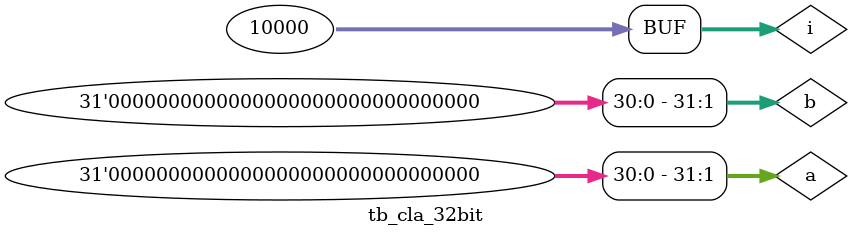
<source format=v>
`timescale 1ns/1ps

module tb_cla_32bit;

parameter N = 32;     /*Change this to 16 if you want to test CLA 16-bit*/

// declare your signals as reg or wire
reg [N-1:0] a;
reg [N-1:0] b;
reg cin;
wire [N-1:0] S;
reg [N-1:0] expected_sum;
wire cout, Pout, Gout;
integer i;
initial begin

// write the stimuli conditions
$monitor("a:%d b:%d cin:%d S:%d expected:%d", a, b, cin, S, expected_sum);
    for (i = 0; i < 10000; i = i + 1) 
        begin
            a = $random;
            b = $random;
            cin = $random % 2; 
            expected_sum= (a+b+cin);
            #1;
        end
end

CLA_32bit dut (.a(a), .b(b), .cin(cin), .sum(S), .cout(cout), .Pout(Pout), .Gout(Gout));

initial begin
    $dumpfile("cla_32bit.vcd");
    $dumpvars(0, tb_cla_32bit);
end

endmodule

</source>
